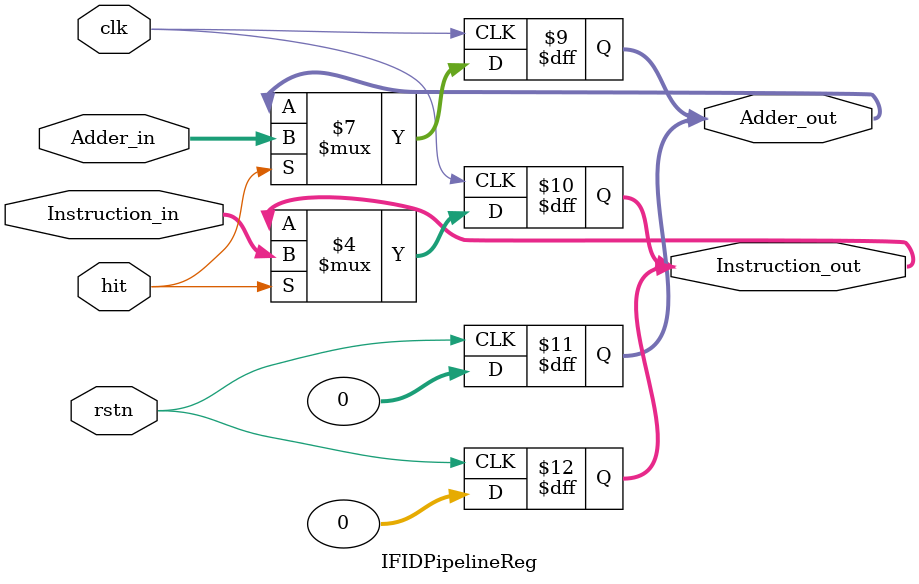
<source format=v>
`timescale 1ns / 1ps

module IFIDPipelineReg(Adder_in,
                   Instruction_in,
                   Adder_out,
                   Instruction_out,
                   hit,
                   clk,
                   rstn);
   input [31:0] Adder_in;
   input [31:0] Instruction_in;
   input hit, clk, rstn;
   
   output reg [31:0] Adder_out;
   output reg [31:0] Instruction_out;
   
   always @(negedge rstn) begin
       Instruction_out = 0;
       Adder_out = 0;
   end

   always @(negedge clk) begin
       if (hit) begin
           Adder_out = Adder_in;
           Instruction_out = Instruction_in;
       end
   end

endmodule // main

</source>
